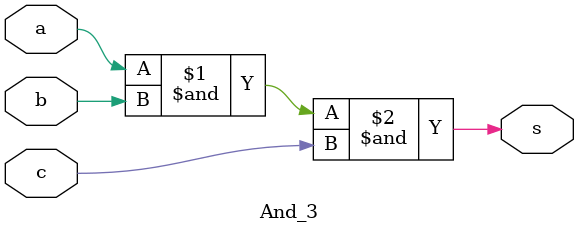
<source format=sv>
module And_3(
   input a,b,c,
  output s);
  
  assign s = a&b&c;
  
endmodule
</source>
